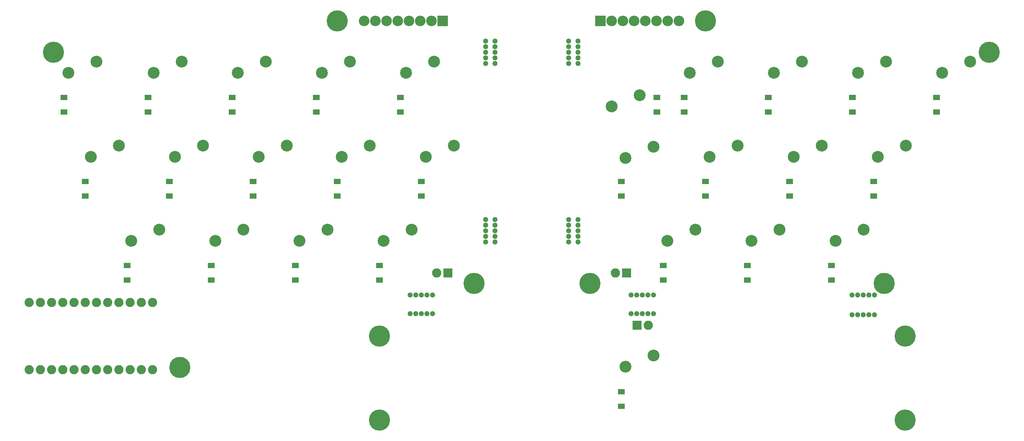
<source format=gbs>
G04 #@! TF.GenerationSoftware,KiCad,Pcbnew,(5.1.4)-1*
G04 #@! TF.CreationDate,2021-04-23T00:42:13+10:00*
G04 #@! TF.ProjectId,pain27divided3,7061696e-3237-4646-9976-69646564332e,rev?*
G04 #@! TF.SameCoordinates,Original*
G04 #@! TF.FileFunction,Soldermask,Bot*
G04 #@! TF.FilePolarity,Negative*
%FSLAX46Y46*%
G04 Gerber Fmt 4.6, Leading zero omitted, Abs format (unit mm)*
G04 Created by KiCad (PCBNEW (5.1.4)-1) date 2021-04-23 00:42:13*
%MOMM*%
%LPD*%
G04 APERTURE LIST*
%ADD10C,1.187400*%
%ADD11R,2.100000X2.100000*%
%ADD12O,2.100000X2.100000*%
%ADD13C,1.100000*%
%ADD14C,4.800000*%
%ADD15C,2.082800*%
%ADD16R,1.600000X1.300000*%
%ADD17O,2.398980X2.398980*%
%ADD18R,2.398980X2.398980*%
%ADD19C,2.686000*%
G04 APERTURE END LIST*
D10*
X178575000Y-45239000D03*
X178575000Y-46509000D03*
X178575000Y-47779000D03*
X178575000Y-43969000D03*
X178575000Y-42699000D03*
X195242000Y-42699000D03*
X195242000Y-43969000D03*
X195242000Y-47779000D03*
X195242000Y-46509000D03*
X195242000Y-45239000D03*
X195242000Y-85716000D03*
X195242000Y-86986000D03*
X195242000Y-88256000D03*
X195242000Y-84446000D03*
X195242000Y-83176000D03*
X178575000Y-83176000D03*
X178575000Y-84446000D03*
X178575000Y-88256000D03*
X178575000Y-86986000D03*
X178575000Y-85716000D03*
D11*
X210750000Y-107150000D03*
D12*
X213290000Y-107150000D03*
D11*
X208358950Y-95250400D03*
D12*
X205818950Y-95250400D03*
D11*
X167878830Y-95250400D03*
D12*
X165338830Y-95250400D03*
D13*
X108323426Y-115515014D03*
X107156700Y-115031740D03*
X105989974Y-115515014D03*
X105506700Y-116681740D03*
X105989974Y-117848466D03*
X107156700Y-118331740D03*
X108323426Y-117848466D03*
X108806700Y-116681740D03*
D14*
X107156700Y-116681740D03*
X173831980Y-97631660D03*
D13*
X175481980Y-97631660D03*
X174998706Y-98798386D03*
X173831980Y-99281660D03*
X172665254Y-98798386D03*
X172181980Y-97631660D03*
X172665254Y-96464934D03*
X173831980Y-95981660D03*
X174998706Y-96464934D03*
X201191266Y-96464934D03*
X200024540Y-95981660D03*
X198857814Y-96464934D03*
X198374540Y-97631660D03*
X198857814Y-98798386D03*
X200024540Y-99281660D03*
X201191266Y-98798386D03*
X201674540Y-97631660D03*
D14*
X200024540Y-97631660D03*
X271434000Y-109526000D03*
D13*
X273084000Y-109526000D03*
X272600726Y-110692726D03*
X271434000Y-111176000D03*
X270267274Y-110692726D03*
X269784000Y-109526000D03*
X270267274Y-108359274D03*
X271434000Y-107876000D03*
X272600726Y-108359274D03*
D14*
X271434000Y-128574000D03*
D13*
X273084000Y-128574000D03*
X272600726Y-129740726D03*
X271434000Y-130224000D03*
X270267274Y-129740726D03*
X269784000Y-128574000D03*
X270267274Y-127407274D03*
X271434000Y-126924000D03*
X272600726Y-127407274D03*
D14*
X152384000Y-128574000D03*
D13*
X154034000Y-128574000D03*
X153550726Y-129740726D03*
X152384000Y-130224000D03*
X151217274Y-129740726D03*
X150734000Y-128574000D03*
X151217274Y-127407274D03*
X152384000Y-126924000D03*
X153550726Y-127407274D03*
D14*
X152384000Y-109526000D03*
D13*
X154034000Y-109526000D03*
X153550726Y-110692726D03*
X152384000Y-111176000D03*
X151217274Y-110692726D03*
X150734000Y-109526000D03*
X151217274Y-108359274D03*
X152384000Y-107876000D03*
X153550726Y-108359274D03*
D14*
X266672000Y-97621000D03*
D13*
X268322000Y-97621000D03*
X267838726Y-98787726D03*
X266672000Y-99271000D03*
X265505274Y-98787726D03*
X265022000Y-97621000D03*
X265505274Y-96454274D03*
X266672000Y-95971000D03*
X267838726Y-96454274D03*
D14*
X290482000Y-45239000D03*
D13*
X292132000Y-45239000D03*
X291648726Y-46405726D03*
X290482000Y-46889000D03*
X289315274Y-46405726D03*
X288832000Y-45239000D03*
X289315274Y-44072274D03*
X290482000Y-43589000D03*
X291648726Y-44072274D03*
D14*
X78573000Y-45239000D03*
D13*
X80223000Y-45239000D03*
X79739726Y-46405726D03*
X78573000Y-46889000D03*
X77406274Y-46405726D03*
X76923000Y-45239000D03*
X77406274Y-44072274D03*
X78573000Y-43589000D03*
X79739726Y-44072274D03*
D14*
X142860000Y-38096000D03*
D13*
X144510000Y-38096000D03*
X144026726Y-39262726D03*
X142860000Y-39746000D03*
X141693274Y-39262726D03*
X141210000Y-38096000D03*
X141693274Y-36929274D03*
X142860000Y-36446000D03*
X144026726Y-36929274D03*
D10*
X261910000Y-100256000D03*
X260640000Y-100256000D03*
X259370000Y-100256000D03*
X263180000Y-100256000D03*
X264450000Y-100256000D03*
X197369000Y-45239000D03*
X197369000Y-43969000D03*
X197369000Y-42699000D03*
X197369000Y-46509000D03*
X197369000Y-47779000D03*
X176448000Y-45239000D03*
X176448000Y-46509000D03*
X176448000Y-47779000D03*
X176448000Y-43969000D03*
X176448000Y-42699000D03*
X197369000Y-85716000D03*
X197369000Y-84446000D03*
X197369000Y-83176000D03*
X197369000Y-86986000D03*
X197369000Y-88256000D03*
X176448000Y-85716000D03*
X176448000Y-86986000D03*
X176448000Y-88256000D03*
X176448000Y-84446000D03*
X176448000Y-83176000D03*
X261910000Y-104764000D03*
X263180000Y-104764000D03*
X264450000Y-104764000D03*
X260640000Y-104764000D03*
X259370000Y-104764000D03*
X211909000Y-100256000D03*
X210639000Y-100256000D03*
X209369000Y-100256000D03*
X213179000Y-100256000D03*
X214449000Y-100256000D03*
X211909000Y-104510000D03*
X213179000Y-104510000D03*
X214449000Y-104510000D03*
X210639000Y-104510000D03*
X209369000Y-104510000D03*
X161908000Y-100256000D03*
X160638000Y-100256000D03*
X159368000Y-100256000D03*
X163178000Y-100256000D03*
X164448000Y-100256000D03*
D15*
X73016000Y-101906000D03*
X75556000Y-101906000D03*
X78096000Y-101906000D03*
X80636000Y-101906000D03*
X83176000Y-101906000D03*
X85716000Y-101906000D03*
X88256000Y-101906000D03*
X90796000Y-101906000D03*
X93336000Y-101906000D03*
X95876000Y-101906000D03*
X98416000Y-101906000D03*
X100956000Y-101906000D03*
X100956000Y-117146000D03*
X98416000Y-117146000D03*
X95876000Y-117146000D03*
X93336000Y-117146000D03*
X90796000Y-117146000D03*
X88256000Y-117146000D03*
X85716000Y-117146000D03*
X83176000Y-117146000D03*
X80636000Y-117146000D03*
X78096000Y-117146000D03*
X75556000Y-117146000D03*
X73016000Y-117146000D03*
D16*
X80954000Y-58794000D03*
X80954000Y-55494000D03*
X100002000Y-58794000D03*
X100002000Y-55494000D03*
X119050000Y-58794000D03*
X119050000Y-55494000D03*
X138098000Y-58794000D03*
X138098000Y-55494000D03*
X157146000Y-58794000D03*
X157146000Y-55494000D03*
X215250000Y-58794000D03*
X215250000Y-55494000D03*
X221433000Y-58794000D03*
X221433000Y-55494000D03*
X240481000Y-58794000D03*
X240481000Y-55494000D03*
X259529000Y-58794000D03*
X259529000Y-55494000D03*
X278577000Y-58794000D03*
X278577000Y-55494000D03*
X85716000Y-77842000D03*
X85716000Y-74542000D03*
X104764000Y-77842000D03*
X104764000Y-74542000D03*
X123812000Y-77842000D03*
X123812000Y-74542000D03*
X142860000Y-77842000D03*
X142860000Y-74542000D03*
X161908000Y-77842000D03*
X161908000Y-74542000D03*
X207147000Y-77842000D03*
X207147000Y-74542000D03*
X226195000Y-77842000D03*
X226195000Y-74542000D03*
X245243000Y-77842000D03*
X245243000Y-74542000D03*
X264291000Y-77842000D03*
X264291000Y-74542000D03*
X95240000Y-96890000D03*
X95240000Y-93590000D03*
X114288000Y-96890000D03*
X114288000Y-93590000D03*
X133336000Y-96890000D03*
X133336000Y-93590000D03*
X152384000Y-96890000D03*
X152384000Y-93590000D03*
X216671000Y-96890000D03*
X216671000Y-93590000D03*
X235719000Y-96890000D03*
X235719000Y-93590000D03*
X254767000Y-96890000D03*
X254767000Y-93590000D03*
X207147000Y-125462000D03*
X207147000Y-122162000D03*
D17*
X159050000Y-38096000D03*
D18*
X166670000Y-38096000D03*
D17*
X164130000Y-38096000D03*
X161590000Y-38096000D03*
X156510000Y-38096000D03*
X153970000Y-38096000D03*
X151430000Y-38096000D03*
X148890000Y-38096000D03*
X210005000Y-38096000D03*
D18*
X202385000Y-38096000D03*
D17*
X204925000Y-38096000D03*
X207465000Y-38096000D03*
X212545000Y-38096000D03*
X215085000Y-38096000D03*
X217625000Y-38096000D03*
X220165000Y-38096000D03*
D19*
X88256000Y-47302000D03*
X81906000Y-49842000D03*
X107622000Y-47302000D03*
X101272000Y-49842000D03*
X126670000Y-47302000D03*
X120320000Y-49842000D03*
X145718000Y-47302000D03*
X139368000Y-49842000D03*
X164766000Y-47302000D03*
X158416000Y-49842000D03*
X204925000Y-57462000D03*
X211275000Y-54922000D03*
X229053000Y-47302000D03*
X222703000Y-49842000D03*
X248101000Y-47302000D03*
X241751000Y-49842000D03*
X267149000Y-47302000D03*
X260799000Y-49842000D03*
X286197000Y-47302000D03*
X279847000Y-49842000D03*
X93336000Y-66350000D03*
X86986000Y-68890000D03*
X112384000Y-66350000D03*
X106034000Y-68890000D03*
X131432000Y-66350000D03*
X125082000Y-68890000D03*
X150162000Y-66350000D03*
X143812000Y-68890000D03*
X169210000Y-66350000D03*
X162860000Y-68890000D03*
X214449000Y-66668000D03*
X208099000Y-69208000D03*
X233497000Y-66350000D03*
X227147000Y-68890000D03*
X252545000Y-66350000D03*
X246195000Y-68890000D03*
X271593000Y-66350000D03*
X265243000Y-68890000D03*
X102542000Y-85398000D03*
X96192000Y-87938000D03*
X121590000Y-85398000D03*
X115240000Y-87938000D03*
X140638000Y-85398000D03*
X134288000Y-87938000D03*
X159686000Y-85398000D03*
X153336000Y-87938000D03*
X223973000Y-85398000D03*
X217623000Y-87938000D03*
X243021000Y-85398000D03*
X236671000Y-87938000D03*
X262069000Y-85398000D03*
X255719000Y-87938000D03*
X214449000Y-113970000D03*
X208099000Y-116510000D03*
D10*
X161908000Y-104510000D03*
X163178000Y-104510000D03*
X164448000Y-104510000D03*
X160638000Y-104510000D03*
X159368000Y-104510000D03*
D14*
X226195000Y-38096000D03*
D13*
X227845000Y-38096000D03*
X227361726Y-39262726D03*
X226195000Y-39746000D03*
X225028274Y-39262726D03*
X224545000Y-38096000D03*
X225028274Y-36929274D03*
X226195000Y-36446000D03*
X227361726Y-36929274D03*
M02*

</source>
